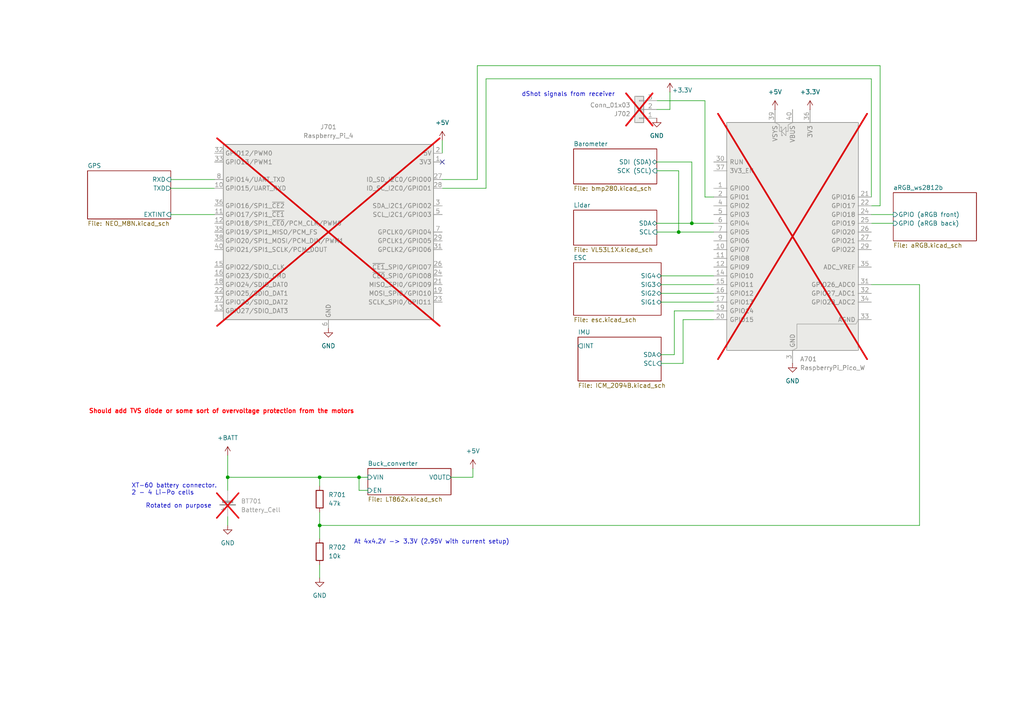
<source format=kicad_sch>
(kicad_sch (version 20250114) (generator "eeschema") (generator_version "9.0")
  (paper "A4")
  (title_block (title "Drone PCB") (rev "1"))
  (lib_symbols
    (symbol "Connector:Raspberry_Pi_4"
      (property "Reference" "J" (at -17.526 48.768 0))
      (property "Value" "Raspberry_Pi_4" (at 15.748 -26.416 0))
      (symbol "Raspberry_Pi_4_0_1"
        (rectangle (start -30.48 25.4) (end 30.48 -25.4) (stroke (width 0.254)) (fill (type background)))
      )
      (symbol "Raspberry_Pi_4_1_1"
        (pin bidirectional line (at -33.02 22.86 0) (length 2.54) (name "GPIO12/PWM0") (number "32"))
        (pin bidirectional line (at -33.02 20.32 0) (length 2.54) (name "GPIO13/PWM1") (number "33"))
        (pin bidirectional line (at -33.02 15.24 0) (length 2.54) (name "GPIO14/UART_TXD") (number "8"))
        (pin bidirectional line (at -33.02 12.7 0) (length 2.54) (name "GPIO15/UART_RXD") (number "10"))
        (pin bidirectional line (at -33.02 7.62 0) (length 2.54) (name "GPIO16/SPI1_~{CE2}") (number "36"))
        (pin bidirectional line (at -33.02 5.08 0) (length 2.54) (name "GPIO17/SPI1_~{CE1}") (number "11"))
        (pin bidirectional line (at -33.02 2.54 0) (length 2.54) (name "GPIO18/SPI1_~{CE0}/PCM_CLK/PWM0") (number "12"))
        (pin bidirectional line (at -33.02 0 0) (length 2.54) (name "GPIO19/SPI1_MISO/PCM_FS") (number "35"))
        (pin bidirectional line (at -33.02 -2.54 0) (length 2.54) (name "GPIO20/SPI1_MOSI/PCM_DIN/PWM1") (number "38"))
        (pin bidirectional line (at -33.02 -5.08 0) (length 2.54) (name "GPIO21/SPI1_SCLK/PCM_DOUT") (number "40"))
        (pin bidirectional line (at -33.02 -10.16 0) (length 2.54) (name "GPIO22/SDIO_CLK") (number "15"))
        (pin bidirectional line (at -33.02 -12.7 0) (length 2.54) (name "GPIO23/SDIO_CMD") (number "16"))
        (pin bidirectional line (at -33.02 -15.24 0) (length 2.54) (name "GPIO24/SDIO_DAT0") (number "18"))
        (pin bidirectional line (at -33.02 -17.78 0) (length 2.54) (name "GPIO25/SDIO_DAT1") (number "22"))
        (pin bidirectional line (at -33.02 -20.32 0) (length 2.54) (name "GPIO26/SDIO_DAT2") (number "37"))
        (pin bidirectional line (at -33.02 -22.86 0) (length 2.54) (name "GPIO27/SDIO_DAT3") (number "13"))
        (pin passive line (at 0 -27.94 90) (length 2.54) (hide yes) (name "GND") (number "14"))
        (pin passive line (at 0 -27.94 90) (length 2.54) (hide yes) (name "GND") (number "20"))
        (pin passive line (at 0 -27.94 90) (length 2.54) (hide yes) (name "GND") (number "25"))
        (pin passive line (at 0 -27.94 90) (length 2.54) (hide yes) (name "GND") (number "30"))
        (pin passive line (at 0 -27.94 90) (length 2.54) (hide yes) (name "GND") (number "34"))
        (pin passive line (at 0 -27.94 90) (length 2.54) (hide yes) (name "GND") (number "39"))
        (pin power_out line (at 0 -27.94 90) (length 2.54) (name "GND") (number "6"))
        (pin passive line (at 0 -27.94 90) (length 2.54) (hide yes) (name "GND") (number "9"))
        (pin power_out line (at 33.02 22.86 180) (length 2.54) (name "5V") (number "2"))
        (pin passive line (at 33.02 22.86 180) (length 2.54) (hide yes) (name "5V") (number "4"))
        (pin power_out line (at 33.02 20.32 180) (length 2.54) (name "3V3") (number "1"))
        (pin passive line (at 33.02 20.32 180) (length 2.54) (hide yes) (name "3V3") (number "17"))
        (pin bidirectional line (at 33.02 15.24 180) (length 2.54) (name "ID_SD_I2C0/GPIO00") (number "27"))
        (pin bidirectional line (at 33.02 12.7 180) (length 2.54) (name "ID_SC_I2C0/GPIO01") (number "28"))
        (pin bidirectional line (at 33.02 7.62 180) (length 2.54) (name "SDA_I2C1/GPIO02") (number "3"))
        (pin bidirectional line (at 33.02 5.08 180) (length 2.54) (name "SCL_I2C1/GPIO03") (number "5"))
        (pin bidirectional line (at 33.02 0 180) (length 2.54) (name "GPCLK0/GPIO04") (number "7"))
        (pin bidirectional line (at 33.02 -2.54 180) (length 2.54) (name "GPCLK1/GPIO05") (number "29"))
        (pin bidirectional line (at 33.02 -5.08 180) (length 2.54) (name "GPCLK2/GPIO06") (number "31"))
        (pin bidirectional line (at 33.02 -10.16 180) (length 2.54) (name "~{CE1}_SPI0/GPIO07") (number "26"))
        (pin bidirectional line (at 33.02 -12.7 180) (length 2.54) (name "~{CE0}_SPI0/GPIO08") (number "24"))
        (pin bidirectional line (at 33.02 -15.24 180) (length 2.54) (name "MISO_SPI0/GPIO09") (number "21"))
        (pin bidirectional line (at 33.02 -17.78 180) (length 2.54) (name "MOSI_SPI0/GPIO10") (number "19"))
        (pin bidirectional line (at 33.02 -20.32 180) (length 2.54) (name "SCLK_SPI0/GPIO11") (number "23"))
      )
    )
    (symbol "Connector_Generic:Conn_01x03" (pin_names (offset 1.016) (hide yes))
      (property "Reference" "J" (at 0 5.08 0))
      (property "Value" "Conn_01x03" (at 0 -5.08 0))
      (symbol "Conn_01x03_1_1"
        (rectangle (start -1.27 3.81) (end 1.27 -3.81) (stroke (width 0.254)) (fill (type background)))
        (rectangle (start -1.27 2.667) (end 0 2.413) (stroke (width 0.1524)))
        (rectangle (start -1.27 0.127) (end 0 -0.127) (stroke (width 0.1524)))
        (rectangle (start -1.27 -2.413) (end 0 -2.667) (stroke (width 0.1524)))
        (pin passive line (at -5.08 2.54 0) (length 3.81) (name "Pin_1") (number "1"))
        (pin passive line (at -5.08 0 0) (length 3.81) (name "Pin_2") (number "2"))
        (pin passive line (at -5.08 -2.54 0) (length 3.81) (name "Pin_3") (number "3"))
      )
    )
    (symbol "Device:Battery_Cell" (pin_numbers (hide yes)) (pin_names (offset 0) (hide yes))
      (property "Reference" "BT" (at 2.54 2.54 0))
      (property "Value" "Battery_Cell" (at 2.54 0 0))
      (symbol "Battery_Cell_0_1"
        (rectangle (start -2.286 1.778) (end 2.286 1.524) (fill (type outline)))
        (rectangle (start -1.524 1.016) (end 1.524 0.508) (fill (type outline)))
        (polyline (pts (xy 0 1.778) (xy 0 2.54)))
        (polyline (pts (xy 0 0.762) (xy 0 0)))
        (polyline (pts (xy 0.762 3.048) (xy 1.778 3.048)) (stroke (width 0.254)))
        (polyline (pts (xy 1.27 3.556) (xy 1.27 2.54)) (stroke (width 0.254)))
      )
      (symbol "Battery_Cell_1_1"
        (pin passive line (at 0 5.08 270) (length 2.54) (name "+") (number "1"))
        (pin passive line (at 0 -2.54 90) (length 2.54) (name "-") (number "2"))
      )
    )
    (symbol "Device:R" (pin_numbers (hide yes)) (pin_names (offset 0))
      (property "Reference" "R" (at 2.032 0 90))
      (property "Value" "R" (at 0 0 90))
      (symbol "R_0_1"
        (rectangle (start -1.016 -2.54) (end 1.016 2.54) (stroke (width 0.254)))
      )
      (symbol "R_1_1"
        (pin passive line (at 0 3.81 270) (length 1.27) (name "~") (number "1"))
        (pin passive line (at 0 -3.81 90) (length 1.27) (name "~") (number "2"))
      )
    )
    (symbol "MCU_Module:RaspberryPi_Pico_W" (pin_names (offset 0.762))
      (property "Reference" "A" (at -19.05 35.56 0))
      (property "Value" "RaspberryPi_Pico_W" (at 7.62 35.56 0))
      (symbol "RaspberryPi_Pico_W_0_1"
        (rectangle (start -19.05 34.29) (end 19.05 -31.75) (stroke (width 0.254)) (fill (type background)))
        (polyline (pts (xy -5.08 34.29) (xy -3.81 33.655) (xy -3.81 31.75) (xy -3.175 31.75)))
        (polyline (pts (xy -3.429 32.766) (xy -3.429 33.02) (xy -3.175 33.02) (xy -3.175 30.48) (xy -2.921 30.48) (xy -2.921 30.734)))
        (polyline (pts (xy -3.175 31.75) (xy -1.905 33.02) (xy -1.905 30.48) (xy -3.175 31.75)))
        (polyline (pts (xy 0 34.29) (xy -1.27 33.655) (xy -1.27 31.75) (xy -1.905 31.75)))
        (polyline (pts (xy 0 -31.75) (xy 1.27 -31.115) (xy 1.27 -24.13) (xy 18.415 -24.13) (xy 19.05 -22.86)))
      )
      (symbol "RaspberryPi_Pico_W_1_1"
        (pin passive line (at -22.86 22.86 0) (length 3.81) (name "RUN") (number "30"))
        (pin passive line (at -22.86 20.32 0) (length 3.81) (name "3V3_EN") (number "37"))
        (pin bidirectional line (at -22.86 15.24 0) (length 3.81) (name "GPIO0") (number "1"))
        (pin bidirectional line (at -22.86 12.7 0) (length 3.81) (name "GPIO1") (number "2"))
        (pin bidirectional line (at -22.86 10.16 0) (length 3.81) (name "GPIO2") (number "4"))
        (pin bidirectional line (at -22.86 7.62 0) (length 3.81) (name "GPIO3") (number "5"))
        (pin bidirectional line (at -22.86 5.08 0) (length 3.81) (name "GPIO4") (number "6"))
        (pin bidirectional line (at -22.86 2.54 0) (length 3.81) (name "GPIO5") (number "7"))
        (pin bidirectional line (at -22.86 0 0) (length 3.81) (name "GPIO6") (number "9"))
        (pin bidirectional line (at -22.86 -2.54 0) (length 3.81) (name "GPIO7") (number "10"))
        (pin bidirectional line (at -22.86 -5.08 0) (length 3.81) (name "GPIO8") (number "11"))
        (pin bidirectional line (at -22.86 -7.62 0) (length 3.81) (name "GPIO9") (number "12"))
        (pin bidirectional line (at -22.86 -10.16 0) (length 3.81) (name "GPIO10") (number "14"))
        (pin bidirectional line (at -22.86 -12.7 0) (length 3.81) (name "GPIO11") (number "15"))
        (pin bidirectional line (at -22.86 -15.24 0) (length 3.81) (name "GPIO12") (number "16"))
        (pin bidirectional line (at -22.86 -17.78 0) (length 3.81) (name "GPIO13") (number "17"))
        (pin bidirectional line (at -22.86 -20.32 0) (length 3.81) (name "GPIO14") (number "19"))
        (pin bidirectional line (at -22.86 -22.86 0) (length 3.81) (name "GPIO15") (number "20"))
        (pin power_in line (at -5.08 38.1 270) (length 3.81) (name "VSYS") (number "39"))
        (pin power_out line (at 0 38.1 270) (length 3.81) (name "VBUS") (number "40"))
        (pin passive line (at 0 -35.56 90) (length 3.81) (hide yes) (name "GND") (number "13"))
        (pin passive line (at 0 -35.56 90) (length 3.81) (hide yes) (name "GND") (number "18"))
        (pin passive line (at 0 -35.56 90) (length 3.81) (hide yes) (name "GND") (number "23"))
        (pin passive line (at 0 -35.56 90) (length 3.81) (hide yes) (name "GND") (number "28"))
        (pin power_out line (at 0 -35.56 90) (length 3.81) (name "GND") (number "3"))
        (pin passive line (at 0 -35.56 90) (length 3.81) (hide yes) (name "GND") (number "38"))
        (pin passive line (at 0 -35.56 90) (length 3.81) (hide yes) (name "GND") (number "8"))
        (pin power_out line (at 5.08 38.1 270) (length 3.81) (name "3V3") (number "36"))
        (pin bidirectional line (at 22.86 12.7 180) (length 3.81) (name "GPIO16") (number "21"))
        (pin bidirectional line (at 22.86 10.16 180) (length 3.81) (name "GPIO17") (number "22"))
        (pin bidirectional line (at 22.86 7.62 180) (length 3.81) (name "GPIO18") (number "24"))
        (pin bidirectional line (at 22.86 5.08 180) (length 3.81) (name "GPIO19") (number "25"))
        (pin bidirectional line (at 22.86 2.54 180) (length 3.81) (name "GPIO20") (number "26"))
        (pin bidirectional line (at 22.86 0 180) (length 3.81) (name "GPIO21") (number "27"))
        (pin bidirectional line (at 22.86 -2.54 180) (length 3.81) (name "GPIO22") (number "29"))
        (pin power_in line (at 22.86 -7.62 180) (length 3.81) (name "ADC_VREF") (number "35"))
        (pin bidirectional line (at 22.86 -12.7 180) (length 3.81) (name "GPIO26_ADC0") (number "31"))
        (pin bidirectional line (at 22.86 -15.24 180) (length 3.81) (name "GPIO27_ADC1") (number "32"))
        (pin bidirectional line (at 22.86 -17.78 180) (length 3.81) (name "GPIO28_ADC2") (number "34"))
        (pin power_out line (at 22.86 -22.86 180) (length 3.81) (name "AGND") (number "33"))
      )
    )
    (symbol "power:+3.3V" (power) (pin_numbers (hide yes)) (pin_names (offset 0) (hide yes))
      (property "Value" "+3.3V" (at 0 3.556 0))
      (symbol "+3.3V_0_1"
        (polyline (pts (xy -0.762 1.27) (xy 0 2.54)))
        (polyline (pts (xy 0 2.54) (xy 0.762 1.27)))
        (polyline (pts (xy 0 0) (xy 0 2.54)))
      )
      (symbol "+3.3V_1_1"
        (pin power_in line (at 0 0 90) (length 0) (name "~") (number "1"))
      )
    )
    (symbol "power:+5V" (power) (pin_numbers (hide yes)) (pin_names (offset 0) (hide yes))
      (property "Value" "+5V" (at 0 3.556 0))
      (symbol "+5V_0_1"
        (polyline (pts (xy -0.762 1.27) (xy 0 2.54)))
        (polyline (pts (xy 0 2.54) (xy 0.762 1.27)))
        (polyline (pts (xy 0 0) (xy 0 2.54)))
      )
      (symbol "+5V_1_1"
        (pin power_in line (at 0 0 90) (length 0) (name "~") (number "1"))
      )
    )
    (symbol "power:+BATT" (power) (pin_numbers (hide yes)) (pin_names (offset 0) (hide yes))
      (property "Value" "+BATT" (at 0 3.556 0))
      (symbol "+BATT_0_1"
        (polyline (pts (xy -0.762 1.27) (xy 0 2.54)))
        (polyline (pts (xy 0 2.54) (xy 0.762 1.27)))
        (polyline (pts (xy 0 0) (xy 0 2.54)))
      )
      (symbol "+BATT_1_1"
        (pin power_in line (at 0 0 90) (length 0) (name "~") (number "1"))
      )
    )
    (symbol "power:GND" (power) (pin_numbers (hide yes)) (pin_names (offset 0) (hide yes))
      (property "Value" "GND" (at 0 -3.81 0))
      (symbol "GND_0_1"
        (polyline (pts (xy 0 0) (xy 0 -1.27) (xy 1.27 -1.27) (xy 0 -2.54) (xy -1.27 -1.27) (xy 0 -1.27)))
      )
      (symbol "GND_1_1"
        (pin power_in line (at 0 0 270) (length 0) (name "~") (number "1"))
      )
    )
  )
  (text "At 4x4.2V -> 3.3V (2.95V with current setup)" (at 125.222 157.226 0) (effects (font (size 1.27 1.27))))
  (text "Rotated on purpose" (at 51.816 146.812 0) (effects (font (size 1.27 1.27))))
  (text "dShot signals from receiver" (at 164.846 27.432 0) (effects (font (size 1.27 1.27))))
  (text "XT-60 battery connector.\n2 - 4 Li-Po cells" (at 38.1 141.986 0) (effects (font (size 1.27 1.27)) (justify left)))
  (text "Should add TVS diode or some sort of overvoltage protection from the motors" (at 64.262 119.38 0) (effects (font (size 1.27 1.27) (thickness 0.254) (bold yes))))
  (junction (at 92.71 138.43))
  (junction (at 196.85 67.31))
  (junction (at 200.66 64.77))
  (junction (at 104.14 138.43))
  (junction (at 66.04 138.43))
  (junction (at 92.71 152.4))
  (no_connect (at 128.27 46.99))
  (wire (pts (xy 140.97 54.61) (xy 128.27 54.61)))
  (wire (pts (xy 191.77 82.55) (xy 207.01 82.55)))
  (wire (pts (xy 204.47 57.15) (xy 207.01 57.15)))
  (wire (pts (xy 198.12 105.41) (xy 191.77 105.41)))
  (wire (pts (xy 128.27 40.64) (xy 128.27 44.45)))
  (wire (pts (xy 49.53 54.61) (xy 62.23 54.61)))
  (wire (pts (xy 191.77 87.63) (xy 207.01 87.63)))
  (wire (pts (xy 252.73 59.69) (xy 255.27 59.69)))
  (wire (pts (xy 196.85 67.31) (xy 207.01 67.31)))
  (wire (pts (xy 49.53 52.07) (xy 62.23 52.07)))
  (wire (pts (xy 198.12 105.41) (xy 198.12 92.71)))
  (wire (pts (xy 198.12 92.71) (xy 207.01 92.71)))
  (wire (pts (xy 204.47 29.21) (xy 204.47 57.15)))
  (wire (pts (xy 252.73 64.77) (xy 259.08 64.77)))
  (wire (pts (xy 92.71 138.43) (xy 92.71 140.97)))
  (wire (pts (xy 66.04 132.08) (xy 66.04 138.43)))
  (wire (pts (xy 140.97 22.86) (xy 140.97 54.61)))
  (wire (pts (xy 104.14 142.24) (xy 106.68 142.24)))
  (wire (pts (xy 191.77 102.87) (xy 195.58 102.87)))
  (wire (pts (xy 104.14 138.43) (xy 104.14 142.24)))
  (wire (pts (xy 195.58 90.17) (xy 207.01 90.17)))
  (wire (pts (xy 196.85 49.53) (xy 196.85 67.31)))
  (wire (pts (xy 194.31 31.75) (xy 190.5 31.75)))
  (wire (pts (xy 190.5 67.31) (xy 196.85 67.31)))
  (wire (pts (xy 92.71 148.59) (xy 92.71 152.4)))
  (wire (pts (xy 140.97 22.86) (xy 252.73 22.86)))
  (wire (pts (xy 191.77 80.01) (xy 207.01 80.01)))
  (wire (pts (xy 190.5 64.77) (xy 200.66 64.77)))
  (wire (pts (xy 137.16 138.43) (xy 130.81 138.43)))
  (wire (pts (xy 138.43 52.07) (xy 128.27 52.07)))
  (wire (pts (xy 266.7 152.4) (xy 266.7 82.55)))
  (wire (pts (xy 190.5 29.21) (xy 204.47 29.21)))
  (wire (pts (xy 92.71 138.43) (xy 104.14 138.43)))
  (wire (pts (xy 138.43 19.05) (xy 255.27 19.05)))
  (wire (pts (xy 138.43 19.05) (xy 138.43 52.07)))
  (wire (pts (xy 195.58 102.87) (xy 195.58 90.17)))
  (wire (pts (xy 191.77 85.09) (xy 207.01 85.09)))
  (wire (pts (xy 92.71 163.83) (xy 92.71 167.64)))
  (wire (pts (xy 190.5 46.99) (xy 200.66 46.99)))
  (wire (pts (xy 104.14 138.43) (xy 106.68 138.43)))
  (wire (pts (xy 92.71 152.4) (xy 92.71 156.21)))
  (wire (pts (xy 66.04 152.4) (xy 66.04 149.86)))
  (wire (pts (xy 66.04 138.43) (xy 92.71 138.43)))
  (wire (pts (xy 266.7 82.55) (xy 252.73 82.55)))
  (wire (pts (xy 190.5 49.53) (xy 196.85 49.53)))
  (wire (pts (xy 252.73 22.86) (xy 252.73 57.15)))
  (wire (pts (xy 194.31 26.67) (xy 194.31 31.75)))
  (wire (pts (xy 66.04 138.43) (xy 66.04 142.24)))
  (wire (pts (xy 255.27 19.05) (xy 255.27 59.69)))
  (wire (pts (xy 49.53 62.23) (xy 62.23 62.23)))
  (wire (pts (xy 252.73 62.23) (xy 259.08 62.23)))
  (wire (pts (xy 200.66 46.99) (xy 200.66 64.77)))
  (wire (pts (xy 92.71 152.4) (xy 266.7 152.4)))
  (wire (pts (xy 137.16 135.89) (xy 137.16 138.43)))
  (wire (pts (xy 200.66 64.77) (xy 207.01 64.77)))
  (symbol (lib_id "power:+5V") (at 137.16 135.89 0) (unit 1)
    (property "Reference" "#PWR0706" (effects (hide yes)))
    (property "Value" "+5V" (at 137.16 130.81 0))
    (property "Description" "Power symbol creates a global label with name \"+5V\"" (effects (hide yes)))
  )
  (symbol (lib_id "Device:R") (at 92.71 144.78 0) (unit 1)
    (property "Reference" "R701" (at 95.25 143.5099 0) (effects (justify left)))
    (property "Value" "47k" (at 95.25 146.0499 0) (effects (justify left)))
    (property "Footprint" "Resistor_SMD:R_0402_1005Metric_Pad0.72x0.64mm_HandSolder" (effects (hide yes)))
    (property "Description" "Resistor" (effects (hide yes)))
  )
  (symbol (lib_id "Connector:Raspberry_Pi_4") (at 95.25 67.31 0) (unit 1) (in_bom no) (dnp yes)
    (property "Reference" "J701" (at 95.25 36.83 0))
    (property "Value" "Raspberry_Pi_4" (at 95.25 39.37 0))
    (property "Footprint" "Connector_PinSocket_2.54mm:PinSocket_2x20_P2.54mm_Vertical" (effects (hide yes)))
    (property "Datasheet" "https://datasheets.raspberrypi.com/rpi4/raspberry-pi-4-datasheet.pdf" (effects (hide yes)))
    (property "Description" "Raspberry Pi 4 Model B" (effects (hide yes)))
  )
  (symbol (lib_id "Device:R") (at 92.71 160.02 0) (unit 1)
    (property "Reference" "R702" (at 95.25 158.7499 0) (effects (justify left)))
    (property "Value" "10k" (at 95.25 161.2899 0) (effects (justify left)))
    (property "Footprint" "Resistor_SMD:R_0402_1005Metric_Pad0.72x0.64mm_HandSolder" (effects (hide yes)))
    (property "Description" "Resistor" (effects (hide yes)))
  )
  (symbol (lib_id "power:+3.3V") (at 234.95 31.75 0) (unit 1)
    (property "Reference" "#PWR0709" (effects (hide yes)))
    (property "Value" "+3.3V" (at 234.95 26.67 0))
    (property "Description" "Power symbol creates a global label with name \"+3.3V\"" (effects (hide yes)))
  )
  (symbol (lib_id "Connector_Generic:Conn_01x03") (at 185.42 31.75 180) (unit 1) (in_bom no) (dnp yes)
    (property "Reference" "J702" (at 182.88 33.0201 0) (effects (justify left)))
    (property "Value" "Conn_01x03" (at 182.88 30.4801 0) (effects (justify left)))
    (property "Footprint" "Connector_PinHeader_2.54mm:PinHeader_1x03_P2.54mm_Horizontal" (effects (hide yes)))
    (property "Description" "Generic connector, single row, 01x03, script generated (kicad-library-utils/schlib/autogen/connector/)" (effects (hide yes)))
  )
  (symbol (lib_id "power:GND") (at 229.87 105.41 0) (unit 1)
    (property "Reference" "#PWR0708" (effects (hide yes)))
    (property "Value" "GND" (at 229.87 110.49 0))
    (property "Description" "Power symbol creates a global label with name \"GND\" , ground" (effects (hide yes)))
  )
  (symbol (lib_id "power:GND") (at 190.5 34.29 0) (unit 1)
    (property "Reference" "#PWR0711" (effects (hide yes)))
    (property "Value" "GND" (at 190.5 39.37 0))
    (property "Description" "Power symbol creates a global label with name \"GND\" , ground" (effects (hide yes)))
  )
  (symbol (lib_id "power:+3.3V") (at 194.31 26.67 0) (unit 1)
    (property "Reference" "#PWR0710" (effects (hide yes)))
    (property "Value" "+3.3V" (at 197.866 26.162 0))
    (property "Description" "Power symbol creates a global label with name \"+3.3V\"" (effects (hide yes)))
  )
  (symbol (lib_id "Device:Battery_Cell") (at 66.04 144.78 180) (unit 1) (in_bom no) (dnp yes)
    (property "Reference" "BT701" (at 69.85 145.3514 0) (effects (justify right)))
    (property "Value" "Battery_Cell" (at 69.85 147.8914 0) (effects (justify right)))
    (property "Footprint" "Connector_AMASS:AMASS_XT60-M_1x02_P7.20mm_Vertical" (effects (hide yes)))
    (property "Description" "Single-cell battery" (effects (hide yes)))
    (property "DigiKey" "1738-1437-ND" (effects (hide yes)))
    (property "Manufacturer" "DFRobot" (effects (hide yes)))
    (property "PN" "1738-1437-ND" (effects (hide yes)))
  )
  (symbol (lib_id "power:+5V") (at 224.79 31.75 0) (unit 1)
    (property "Reference" "#PWR0707" (effects (hide yes)))
    (property "Value" "+5V" (at 224.79 26.67 0))
    (property "Description" "Power symbol creates a global label with name \"+5V\"" (effects (hide yes)))
  )
  (symbol (lib_id "power:GND") (at 95.25 95.25 0) (unit 1)
    (property "Reference" "#PWR0704" (effects (hide yes)))
    (property "Value" "GND" (at 95.25 100.33 0))
    (property "Description" "Power symbol creates a global label with name \"GND\" , ground" (effects (hide yes)))
  )
  (symbol (lib_id "MCU_Module:RaspberryPi_Pico_W") (at 229.87 69.85 0) (unit 1) (in_bom no) (dnp yes)
    (property "Reference" "A701" (at 232.0133 104.14 0) (effects (justify left)))
    (property "Value" "RaspberryPi_Pico_W" (at 232.0133 106.68 0) (effects (justify left)))
    (property "Footprint" "Module:RaspberryPi_Pico_SMD_HandSolder" (effects (hide yes)))
    (property "Datasheet" "https://datasheets.raspberrypi.com/picow/pico-w-datasheet.pdf" (effects (hide yes)))
    (property "Description" "Versatile and inexpensive wireless microcontroller module powered by RP2040 dual-core Arm Cortex-M0+ processor up to 133 MHz, 264kB SRAM, 2MB QSPI flash, Infineon CYW43439 2.4GHz 802.11n wireless LAN; also supports Raspberry Pi Pico 2 W" (effects (hide yes)))
    (property "DigiKey" "0" (effects (hide yes)))
  )
  (symbol (lib_id "power:GND") (at 66.04 152.4 0) (unit 1)
    (property "Reference" "#PWR0702" (effects (hide yes)))
    (property "Value" "GND" (at 66.04 157.48 0))
    (property "Description" "Power symbol creates a global label with name \"GND\" , ground" (effects (hide yes)))
  )
  (symbol (lib_id "power:GND") (at 92.71 167.64 0) (unit 1)
    (property "Reference" "#PWR0703" (effects (hide yes)))
    (property "Value" "GND" (at 92.71 172.72 0))
    (property "Description" "Power symbol creates a global label with name \"GND\" , ground" (effects (hide yes)))
  )
  (symbol (lib_id "power:+5V") (at 128.27 40.64 0) (unit 1)
    (property "Reference" "#PWR0705" (effects (hide yes)))
    (property "Value" "+5V" (at 128.27 35.56 0))
    (property "Description" "Power symbol creates a global label with name \"+5V\"" (effects (hide yes)))
  )
  (symbol (lib_id "power:+BATT") (at 66.04 132.08 0) (unit 1)
    (property "Reference" "#PWR0701" (effects (hide yes)))
    (property "Value" "+BATT" (at 66.04 127 0))
    (property "Description" "Power symbol creates a global label with name \"+BATT\"" (effects (hide yes)))
  )
  (sheet (at 25.4 49.53) (size 24.13 13.97) (stroke (width 0.1524))
    (property "Sheetname" "GPS" (at 25.4 48.8184 0) (effects (justify left bottom)))
    (property "Sheetfile" "NEO_M8N.kicad_sch" (at 25.4 64.0846 0) (effects (justify left top)))
    (pin "TXD" output (at 49.53 54.61 0))
    (pin "EXTINT" input (at 49.53 62.23 0))
    (pin "RXD" input (at 49.53 52.07 0))
  )
  (sheet (at 166.37 43.18) (size 24.13 10.16) (stroke (width 0.1524))
    (property "Sheetname" "Barometer" (at 166.37 42.4684 0) (effects (justify left bottom)))
    (property "Sheetfile" "bmp280.kicad_sch" (at 166.37 53.9246 0) (effects (justify left top)))
    (pin "SDI (SDA)" bidirectional (at 190.5 46.99 0))
    (pin "SCK (SCL)" input (at 190.5 49.53 0))
  )
  (sheet (at 259.08 55.88) (size 24.13 13.97) (stroke (width 0.1524))
    (property "Sheetname" "aRGB_ws2812b" (at 259.08 55.1684 0) (effects (justify left bottom)))
    (property "Sheetfile" "aRGB.kicad_sch" (at 259.08 70.4346 0) (effects (justify left top)))
    (pin "GPIO (aRGB front)" input (at 259.08 62.23 180))
    (pin "GPIO (aRGB back)" input (at 259.08 64.77 180))
  )
  (sheet (at 106.68 135.89) (size 24.13 7.62) (stroke (width 0.1524))
    (property "Sheetname" "Buck_converter" (at 106.68 135.1784 0) (effects (justify left bottom)))
    (property "Sheetfile" "LT862x.kicad_sch" (at 106.68 144.0946 0) (effects (justify left top)))
    (pin "VIN" input (at 106.68 138.43 180))
    (pin "VOUT" output (at 130.81 138.43 0))
    (pin "EN" input (at 106.68 142.24 180))
  )
  (sheet (at 166.37 76.2) (size 25.4 15.24) (stroke (width 0.1524))
    (property "Sheetname" "ESC" (at 166.37 75.4884 0) (effects (justify left bottom)))
    (property "Sheetfile" "esc.kicad_sch" (at 166.37 92.0246 0) (effects (justify left top)))
    (pin "SIG4" bidirectional (at 191.77 80.01 0))
    (pin "SIG1" bidirectional (at 191.77 87.63 0))
    (pin "SIG2" bidirectional (at 191.77 85.09 0))
    (pin "SIG3" bidirectional (at 191.77 82.55 0))
  )
  (sheet (at 167.64 97.79) (size 24.13 12.7) (stroke (width 0.1524))
    (property "Sheetname" "IMU" (at 167.64 97.0784 0) (effects (justify left bottom)))
    (property "Sheetfile" "ICM_2094B.kicad_sch" (at 167.64 111.0746 0) (effects (justify left top)))
    (pin "INT" output (at 167.64 100.33 180))
    (pin "SDA" bidirectional (at 191.77 102.87 0))
    (pin "SCL" input (at 191.77 105.41 0))
  )
  (sheet (at 166.37 60.96) (size 24.13 10.16) (stroke (width 0.1524))
    (property "Sheetname" "Lidar" (at 166.37 60.2484 0) (effects (justify left bottom)))
    (property "Sheetfile" "VL53L1X.kicad_sch" (at 166.37 71.7046 0) (effects (justify left top)))
    (pin "SDA" bidirectional (at 190.5 64.77 0))
    (pin "SCL" input (at 190.5 67.31 0))
  )
)
</source>
